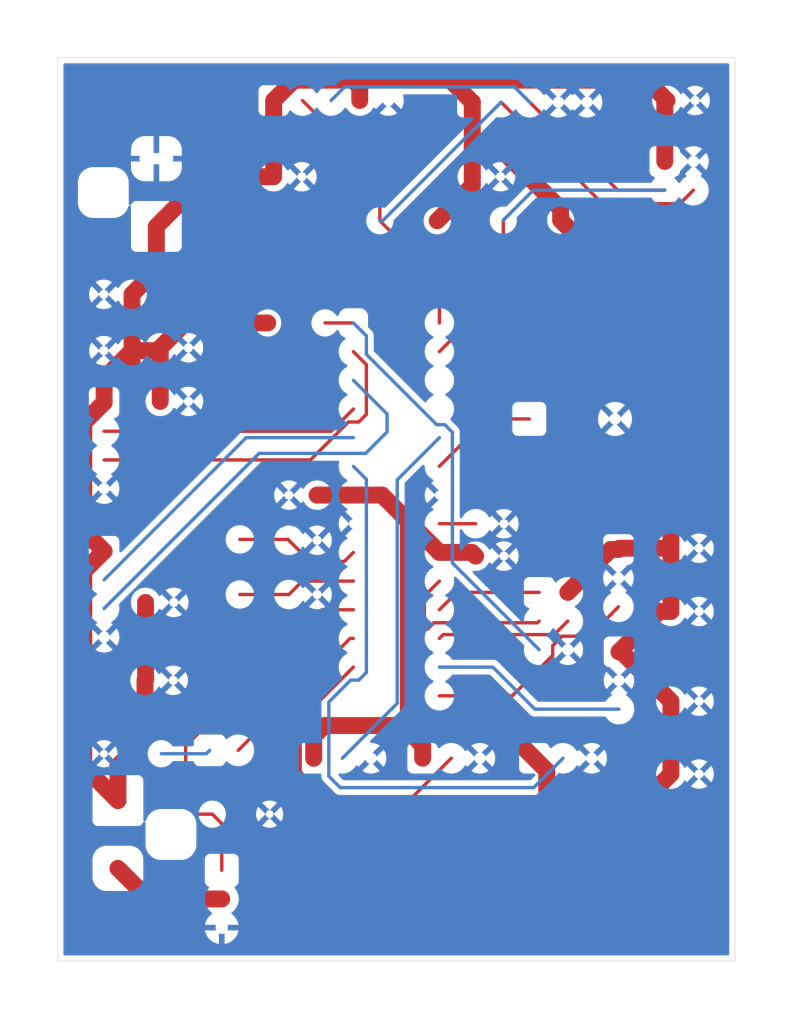
<source format=kicad_pcb>
(kicad_pcb (version 20241229) (generator "pcbnew") (generator_version "9.0")
  (layers (0 "F.Cu" signal) (2 "B.Cu" signal) (13 "F.Paste" user) (15 "B.Paste" user) (5 "F.SilkS" user "F.Silkscreen") (7 "B.SilkS" user "B.Silkscreen") (1 "F.Mask" user) (3 "B.Mask" user) (25 "Edge.Cuts" user))
  (net 0 "")
  (net 1 "GND")
  (net 2 "Net-(Q1-D)")
  (net 3 "/BUZZER")
  (net 4 "/MISO")
  (net 5 "/MOSI")
  (net 6 "/XTAL1")
  (net 7 "/ECHO")
  (net 8 "/XTAL2")
  (net 9 "Net-(D1-A)")
  (net 10 "+5V")
  (net 11 "/TRIG")
  (net 12 "/SDA")
  (net 13 "/SCL")
  (net 14 "/SERVO1")
  (net 15 "/SERVO2")
  (net 16 "/ECHO2")
  (net 17 "Net-(U1-AREF)")
  (net 18 "/SCK")
  (net 19 "Net-(D1-K)")
  (net 20 "/TRIG2")
  (net 21 "/RST-AVR")
  (net 22 "Net-(J10-Pin_2)")
  (net 23 "/PD5{slash}GATE")
  (net 24 "/PD4{slash}SW1")
  (net 25 "/PD7{slash}SW2")
  (gr_rect (start 125.07 49.86) (end 185.07 129.86) (stroke (width 0.05)) (fill no) (layer "Edge.Cuts"))
  (segment (start 133.11 124.36) (end 139.6 124.36) (width 1.5) (layer "F.Cu") (net 2))
  (segment (start 130.4 121.65) (end 133.11 124.36) (width 1.5) (layer "F.Cu") (net 2))
  (segment (start 163.085 81.85) (end 158.885 86.05) (width 0.3) (layer "F.Cu") (net 3))
  (segment (start 166.85 81.85) (end 163.085 81.85) (width 0.3) (layer "F.Cu") (net 3))
  (segment (start 167.725 97.21) (end 160.425 97.21) (width 0.3) (layer "F.Cu") (net 4))
  (segment (start 160.425 97.21) (end 158.885 98.75) (width 0.3) (layer "F.Cu") (net 4))
  (segment (start 169.064 100.951) (end 159.224 100.951) (width 0.3) (layer "F.Cu") (net 5))
  (segment (start 170.265 99.75) (end 169.064 100.951) (width 0.3) (layer "F.Cu") (net 5))
  (segment (start 159.224 100.951) (end 158.885 101.29) (width 0.3) (layer "F.Cu") (net 5))
  (segment (start 151.265 93.67) (end 150.465001 94.469999) (width 0.3) (layer "F.Cu") (net 6))
  (segment (start 141.2 92.52) (end 145.47 92.52) (width 0.3) (layer "F.Cu") (net 6))
  (segment (start 145.47 92.52) (end 145.55 92.6) (width 0.3) (layer "F.Cu") (net 6))
  (segment (start 147.419999 94.469999) (end 145.55 92.6) (width 0.3) (layer "F.Cu") (net 6))
  (segment (start 150.465001 94.469999) (end 147.419999 94.469999) (width 0.3) (layer "F.Cu") (net 6))
  (segment (start 149.295 82.94) (end 151.265 80.97) (width 0.3) (layer "F.Cu") (net 7))
  (segment (start 129.175 82.94) (end 149.295 82.94) (width 0.3) (layer "F.Cu") (net 7))
  (segment (start 151.265 96.21) (end 146.74 96.21) (width 0.3) (layer "F.Cu") (net 8))
  (segment (start 146.74 96.21) (end 145.55 97.4) (width 0.3) (layer "F.Cu") (net 8))
  (segment (start 145.55 97.4) (end 141.2 97.4) (width 0.3) (layer "F.Cu") (net 8))
  (segment (start 141.065 111.2) (end 150.975 101.29) (width 0.3) (layer "F.Cu") (net 9))
  (segment (start 150.975 101.29) (end 151.265 101.29) (width 0.3) (layer "F.Cu") (net 9))
  (segment (start 164.076288 57.7) (end 161.8 57.7) (width 1.5) (layer "F.Cu") (net 10))
  (segment (start 144.21 53.643001) (end 146.004001 51.849) (width 1.5) (layer "F.Cu") (net 10))
  (segment (start 156.1325 90.9175) (end 156.1325 108.5165) (width 1.5) (layer "F.Cu") (net 10))
  (segment (start 179.4 113.3) (end 179.4 106.85) (width 1.5) (layer "F.Cu") (net 10))
  (segment (start 144.2 53.66) (end 144.21 53.65) (width 1.5) (layer "F.Cu") (net 10))
  (segment (start 155.649 109) (end 156.1325 108.5165) (width 1.5) (layer "F.Cu") (net 10))
  (segment (start 169.63 63.253712) (end 164.076288 57.7) (width 1.5) (layer "F.Cu") (net 10))
  (segment (start 144.21 53.65) (end 144.21 53.643001) (width 1.5) (layer "F.Cu") (net 10))
  (segment (start 153.805 88.59) (end 155.7075 90.4925) (width 1.5) (layer "F.Cu") (net 10))
  (segment (start 127.374 112.624) (end 130.4 115.65) (width 1.5) (layer "F.Cu") (net 10))
  (segment (start 169.63 64.25) (end 169.63 63.253712) (width 1.5) (layer "F.Cu") (net 10))
  (segment (start 161.8 60.4) (end 161.8 61.19) (width 1.5) (layer "F.Cu") (net 10))
  (segment (start 148.06 88.59) (end 148.05 88.6) (width 1.5) (layer "F.Cu") (net 10))
  (segment (start 151.265 88.59) (end 153.805 88.59) (width 1.5) (layer "F.Cu") (net 10))
  (segment (start 130.4 115.65) (end 130.4 112.594867) (width 1.5) (layer "F.Cu") (net 10))
  (segment (start 131.6482 70.8152) (end 131.6482 75.7982) (width 1.5) (layer "F.Cu") (net 10))
  (segment (start 177.249 51.849) (end 159.859 51.849) (width 1.5) (layer "F.Cu") (net 10))
  (segment (start 179.4 106.85) (end 175.02 102.47) (width 1.5) (layer "F.Cu") (net 10))
  (segment (start 151.231081 51.849) (end 151.83 52.447919) (width 1.5) (layer "F.Cu") (net 10))
  (segment (start 168.4 113) (end 167.3 111.9) (width 1.5) (layer "F.Cu") (net 10))
  (segment (start 144.2 60.4) (end 138.2082 60.4) (width 1.5) (layer "F.Cu") (net 10))
  (segment (start 179.4 98.9) (end 178.37 98.9) (width 1.5) (layer "F.Cu") (net 10))
  (segment (start 131.65 75.8) (end 133.9 75.8) (width 1.5) (layer "F.Cu") (net 10))
  (segment (start 179.4 113.3) (end 177.4 115.3) (width 1.5) (layer "F.Cu") (net 10))
  (segment (start 174.75 93.41) (end 174.065 93.41) (width 1.5) (layer "F.Cu") (net 10))
  (segment (start 151.83 52.447919) (end 151.83 53.65) (width 1.5) (layer "F.Cu") (net 10))
  (segment (start 127.374 91.759) (end 127.374 82.194001) (width 1.5) (layer "F.Cu") (net 10))
  (segment (start 169.63 64.25) (end 179.4 74.02) (width 1.5) (layer "F.Cu") (net 10))
  (segment (start 129.175 93.56) (end 129.168001 93.56) (width 1.5) (layer "F.Cu") (net 10))
  (segment (start 129.168001 80.4) (end 129.175 80.4) (width 1.5) (layer "F.Cu") (net 10))
  (segment (start 161.81 53.8) (end 159.859 51.849) (width 1.5) (layer "F.Cu") (net 10))
  (segment (start 174.86 93.3) (end 174.75 93.41) (width 1.5) (layer "F.Cu") (net 10))
  (segment (start 161.8 61.19) (end 158.69 64.3) (width 1.5) (layer "F.Cu") (net 10))
  (segment (start 129.175 78.275) (end 131.65 75.8) (width 1.5) (layer "F.Cu") (net 10))
  (segment (start 151.265 88.59) (end 148.06 88.59) (width 1.5) (layer "F.Cu") (net 10))
  (segment (start 168.4 115.3) (end 168.4 113) (width 1.5) (layer "F.Cu") (net 10))
  (segment (start 144.2 60.4) (end 144.2 53.66) (width 1.5) (layer "F.Cu") (net 10))
  (segment (start 178.86 59.05) (end 178.86 53.84) (width 1.5) (layer "F.Cu") (net 10))
  (segment (start 131.65 75.8) (end 131.65 76.79) (width 1.5) (layer "F.Cu") (net 10))
  (segment (start 157.4 110.751) (end 155.649 109) (width 1.5) (layer "F.Cu") (net 10))
  (segment (start 132.85 104.95) (end 132.8 105) (width 1.5) (layer "F.Cu") (net 10))
  (segment (start 143.67 73.35) (end 136.35 73.35) (width 1.5) (layer "F.Cu") (net 10))
  (segment (start 158.885 93.67) (end 161.77 93.67) (width 1.5) (layer "F.Cu") (net 10))
  (segment (start 155.649 109) (end 164.4 109) (width 1.5) (layer "F.Cu") (net 10))
  (segment (start 147.75 109.95) (end 148.7 109) (width 1.5) (layer "F.Cu") (net 10))
  (segment (start 175.02 102.47) (end 174.8 102.47) (width 1.5) (layer "F.Cu") (net 10))
  (segment (start 161.8 53.81) (end 161.81 53.8) (width 1.5) (layer "F.Cu") (net 10))
  (segment (start 148.7 109) (end 155.649 109) (width 1.5) (layer "F.Cu") (net 10))
  (segment (start 132.85 98.1) (end 132.85 104.95) (width 1.5) (layer "F.Cu") (net 10))
  (segment (start 161.8 60.4) (end 161.8 57.7) (width 1.5) (layer "F.Cu") (net 10))
  (segment (start 146.004001 51.849) (end 151.231081 51.849) (width 1.5) (layer "F.Cu") (net 10))
  (segment (start 130.4 112.594867) (end 132.8 110.194867) (width 1.5) (layer "F.Cu") (net 10))
  (segment (start 177.4 115.3) (end 168.4 115.3) (width 1.5) (layer "F.Cu") (net 10))
  (segment (start 129.175 93.56) (end 127.374 91.759) (width 1.5) (layer "F.Cu") (net 10))
  (segment (start 129.168001 93.56) (end 127.374 95.354001) (width 1.5) (layer "F.Cu") (net 10))
  (segment (start 165.499 110.099) (end 167.3 111.9) (width 1.5) (layer "F.Cu") (net 10))
  (segment (start 155.7075 90.4925) (end 156.1325 90.9175) (width 1.5) (layer "F.Cu") (net 10))
  (segment (start 127.374 95.354001) (end 127.374 112.624) (width 1.5) (layer "F.Cu") (net 10))
  (segment (start 133.8072 68.6562) (end 131.6482 70.8152) (width 1.5) (layer "F.Cu") (net 10))
  (segment (start 134.15 75.55) (end 134.15 80.3) (width 1.5) (layer "F.Cu") (net 10))
  (segment (start 132.8 110.194867) (end 132.8 105) (width 1.5) (layer "F.Cu") (net 10))
  (segment (start 155.7075 90.4925) (end 158.885 93.67) (width 1.5) (layer "F.Cu") (net 10))
  (segment (start 133.9 75.8) (end 134.15 75.55) (width 1.5) (layer "F.Cu") (net 10))
  (segment (start 178.86 53.84) (end 179.05 53.65) (width 1.5) (layer "F.Cu") (net 10))
  (segment (start 179.4 98.9) (end 179.4 93.3) (width 1.5) (layer "F.Cu") (net 10))
  (segment (start 164.4 109) (end 165.499 110.099) (width 1.5) (layer "F.Cu") (net 10))
  (segment (start 174.065 93.41) (end 170.265 97.21) (width 1.5) (layer "F.Cu") (net 10))
  (segment (start 147.75 111.9) (end 147.75 111.893001) (width 1.5) (layer "F.Cu") (net 10))
  (segment (start 179.05 53.65) (end 177.249 51.849) (width 1.5) (layer "F.Cu") (net 10))
  (segment (start 159.859 51.849) (end 151.231081 51.849) (width 1.5) (layer "F.Cu") (net 10))
  (segment (start 157.4 111.9) (end 157.4 110.751) (width 1.5) (layer "F.Cu") (net 10))
  (segment (start 129.175 80.4) (end 129.175 78.275) (width 1.5) (layer "F.Cu") (net 10))
  (segment (start 179.4 93.3) (end 174.86 93.3) (width 1.5) (layer "F.Cu") (net 10))
  (segment (start 161.77 93.67) (end 162.1 94) (width 1.5) (layer "F.Cu") (net 10))
  (segment (start 131.6482 75.7982) (end 131.65 75.8) (width 1.5) (layer "F.Cu") (net 10))
  (segment (start 136.35 73.35) (end 134.15 75.55) (width 1.5) (layer "F.Cu") (net 10))
  (segment (start 138.2082 60.4) (end 133.8072 64.801) (width 1.5) (layer "F.Cu") (net 10))
  (segment (start 127.374 82.194001) (end 129.168001 80.4) (width 1.5) (layer "F.Cu") (net 10))
  (segment (start 179.4 74.02) (end 179.4 93.3) (width 1.5) (layer "F.Cu") (net 10))
  (segment (start 178.37 98.9) (end 174.8 102.47) (width 1.5) (layer "F.Cu") (net 10))
  (segment (start 133.8072 64.801) (end 133.8072 68.6562) (width 1.5) (layer "F.Cu") (net 10))
  (segment (start 147.75 111.9) (end 147.75 109.95) (width 1.5) (layer "F.Cu") (net 10))
  (segment (start 161.8 57.7) (end 161.8 53.81) (width 1.5) (layer "F.Cu") (net 10))
  (segment (start 150.82252 82.121) (end 151.74176 82.121) (width 0.3) (layer "F.Cu") (net 11))
  (segment (start 152.416 77.041) (end 151.265 75.89) (width 0.3) (layer "F.Cu") (net 11))
  (segment (start 129.175 85.48) (end 147.46352 85.48) (width 0.3) (layer "F.Cu") (net 11))
  (segment (start 147.46352 85.48) (end 150.82252 82.121) (width 0.3) (layer "F.Cu") (net 11))
  (segment (start 152.416 81.44676) (end 152.416 77.041) (width 0.3) (layer "F.Cu") (net 11))
  (segment (start 151.74176 82.121) (end 152.416 81.44676) (width 0.3) (layer "F.Cu") (net 11))
  (segment (start 174.68 61.59) (end 178.86 61.59) (width 0.3) (layer "F.Cu") (net 12))
  (segment (start 164.55 70.225) (end 158.885 75.89) (width 0.3) (layer "F.Cu") (net 12))
  (segment (start 164.55 64.25) (end 164.55 70.225) (width 0.3) (layer "F.Cu") (net 12))
  (segment (start 166.89 53.8) (end 174.68 61.59) (width 0.3) (layer "F.Cu") (net 12))
  (segment (start 178.86 61.59) (end 167.21 61.59) (width 0.3) (layer "B.Cu") (net 12))
  (segment (start 150.49 52.45) (end 165.54 52.45) (width 0.3) (layer "B.Cu") (net 12))
  (segment (start 165.54 52.45) (end 166.89 53.8) (width 0.3) (layer "B.Cu") (net 12))
  (segment (start 149.29 53.65) (end 150.49 52.45) (width 0.3) (layer "B.Cu") (net 12))
  (segment (start 167.21 61.59) (end 164.55 64.25) (width 0.3) (layer "B.Cu") (net 12))
  (segment (start 158.885 69.575) (end 153.61 64.3) (width 0.3) (layer "F.Cu") (net 13))
  (segment (start 180.199 62.791) (end 173.341 62.791) (width 0.3) (layer "F.Cu") (net 13))
  (segment (start 153.61 64.3) (end 153.61 60.51) (width 0.3) (layer "F.Cu") (net 13))
  (segment (start 153.61 60.51) (end 146.75 53.65) (width 0.3) (layer "F.Cu") (net 13))
  (segment (start 181.4 61.59) (end 180.199 62.791) (width 0.3) (layer "F.Cu") (net 13))
  (segment (start 173.341 62.791) (end 164.35 53.8) (width 0.3) (layer "F.Cu") (net 13))
  (segment (start 158.885 73.35) (end 158.885 69.575) (width 0.3) (layer "F.Cu") (net 13))
  (segment (start 164.35 53.8) (end 153.85 64.3) (width 0.3) (layer "B.Cu") (net 13))
  (segment (start 153.85 64.3) (end 153.61 64.3) (width 0.3) (layer "B.Cu") (net 13))
  (segment (start 168.926 102.787471) (end 165.343471 106.37) (width 0.3) (layer "F.Cu") (net 14))
  (segment (start 168.926 101.930529) (end 168.926 102.787471) (width 0.3) (layer "F.Cu") (net 14))
  (segment (start 169.767529 101.089) (end 168.926 101.930529) (width 0.3) (layer "F.Cu") (net 14))
  (segment (start 174.75 98.49) (end 172.151 101.089) (width 0.3) (layer "F.Cu") (net 14))
  (segment (start 172.151 101.089) (end 169.767529 101.089) (width 0.3) (layer "F.Cu") (net 14))
  (segment (start 165.343471 106.37) (end 158.885 106.37) (width 0.3) (layer "F.Cu") (net 14))
  (segment (start 167.35 107.55) (end 174.8 107.55) (width 0.3) (layer "B.Cu") (net 15))
  (segment (start 163.63 103.83) (end 167.35 107.55) (width 0.3) (layer "B.Cu") (net 15))
  (segment (start 158.885 103.83) (end 163.63 103.83) (width 0.3) (layer "B.Cu") (net 15))
  (segment (start 141.765 83.51) (end 151.265 83.51) (width 0.3) (layer "B.Cu") (net 16))
  (segment (start 129.175 96.1) (end 141.765 83.51) (width 0.3) (layer "B.Cu") (net 16))
  (segment (start 162.1 91.13) (end 158.885 91.13) (width 0.3) (layer "F.Cu") (net 17))
  (segment (start 157.85 100.45) (end 157.55 100.15) (width 0.3) (layer "F.Cu") (net 18))
  (segment (start 167.574 99.901) (end 158.399 99.901) (width 0.3) (layer "F.Cu") (net 18))
  (segment (start 167.725 99.75) (end 167.574 99.901) (width 0.3) (layer "F.Cu") (net 18))
  (segment (start 157.55 100.15) (end 157.55 97.545) (width 0.3) (layer "F.Cu") (net 18))
  (segment (start 158.399 99.901) (end 157.85 100.45) (width 0.3) (layer "F.Cu") (net 18))
  (segment (start 157.55 97.545) (end 158.885 96.21) (width 0.3) (layer "F.Cu") (net 18))
  (segment (start 138.225 111.5) (end 138.525 111.2) (width 0.3) (layer "B.Cu") (net 19))
  (segment (start 134.24 111.5) (end 138.225 111.5) (width 0.3) (layer "B.Cu") (net 19))
  (segment (start 142.916 84.899) (end 152.351 84.899) (width 0.3) (layer "B.Cu") (net 20))
  (segment (start 152.351 84.899) (end 154.25 83) (width 0.3) (layer "B.Cu") (net 20))
  (segment (start 129.175 98.64) (end 142.916 84.899) (width 0.3) (layer "B.Cu") (net 20))
  (segment (start 154.25 83) (end 154.25 81.415) (width 0.3) (layer "B.Cu") (net 20))
  (segment (start 154.25 81.415) (end 151.265 78.43) (width 0.3) (layer "B.Cu") (net 20))
  (segment (start 151.265 73.35) (end 148.75 73.35) (width 0.3) (layer "F.Cu") (net 21))
  (segment (start 152.416 74.501) (end 151.265 73.35) (width 0.3) (layer "B.Cu") (net 21))
  (segment (start 158.64624 82.359) (end 152.416 76.12876) (width 0.3) (layer "B.Cu") (net 21))
  (segment (start 152.416 76.12876) (end 152.416 74.501) (width 0.3) (layer "B.Cu") (net 21))
  (segment (start 167.725 102.29) (end 160.036 94.601) (width 0.3) (layer "B.Cu") (net 21))
  (segment (start 159.36176 82.359) (end 158.64624 82.359) (width 0.3) (layer "B.Cu") (net 21))
  (segment (start 160.036 83.03324) (end 159.36176 82.359) (width 0.3) (layer "B.Cu") (net 21))
  (segment (start 160.036 94.601) (end 160.036 83.03324) (width 0.3) (layer "B.Cu") (net 21))
  (segment (start 155.15 107.04) (end 155.15 87.245) (width 0.3) (layer "B.Cu") (net 22))
  (segment (start 155.15 87.245) (end 158.885 83.51) (width 0.3) (layer "B.Cu") (net 22))
  (segment (start 150.29 111.9) (end 155.15 107.04) (width 0.3) (layer "B.Cu") (net 22))
  (segment (start 139.6 121.82) (end 139.6 117.69) (width 0.3) (layer "F.Cu") (net 23))
  (segment (start 136.4 115.7) (end 137.55 116.85) (width 0.3) (layer "F.Cu") (net 23))
  (segment (start 137.55 116.85) (end 138.76 116.85) (width 0.3) (layer "F.Cu") (net 23))
  (segment (start 148.473 98.75) (end 136.4 110.823) (width 0.3) (layer "F.Cu") (net 23))
  (segment (start 136.4 110.823) (end 136.4 115.7) (width 0.3) (layer "F.Cu") (net 23))
  (segment (start 151.265 98.75) (end 148.473 98.75) (width 0.3) (layer "F.Cu") (net 23))
  (segment (start 139.6 117.69) (end 138.76 116.85) (width 0.3) (layer "F.Cu") (net 23))
  (segment (start 167.24 114.5) (end 150.1 114.5) (width 0.3) (layer "B.Cu") (net 24))
  (segment (start 150.1 114.5) (end 149.089 113.489) (width 0.3) (layer "B.Cu") (net 24))
  (segment (start 152.416 87.201) (end 151.265 86.05) (width 0.3) (layer "B.Cu") (net 24))
  (segment (start 152.416 104.30676) (end 152.416 87.201) (width 0.3) (layer "B.Cu") (net 24))
  (segment (start 169.84 111.9) (end 167.24 114.5) (width 0.3) (layer "B.Cu") (net 24))
  (segment (start 149.089 106.91824) (end 151.02624 104.981) (width 0.3) (layer "B.Cu") (net 24))
  (segment (start 149.089 113.489) (end 149.089 106.91824) (width 0.3) (layer "B.Cu") (net 24))
  (segment (start 151.02624 104.981) (end 151.74176 104.981) (width 0.3) (layer "B.Cu") (net 24))
  (segment (start 151.74176 104.981) (end 152.416 104.30676) (width 0.3) (layer "B.Cu") (net 24))
  (segment (start 146.549 113.101) (end 146.549 108.546) (width 0.3) (layer "F.Cu") (net 25))
  (segment (start 156.29 115.55) (end 148.998 115.55) (width 0.3) (layer "F.Cu") (net 25))
  (segment (start 148.998 115.55) (end 146.549 113.101) (width 0.3) (layer "F.Cu") (net 25))
  (segment (start 146.549 108.546) (end 151.265 103.83) (width 0.3) (layer "F.Cu") (net 25))
  (segment (start 159.94 111.9) (end 156.29 115.55) (width 0.3) (layer "F.Cu") (net 25))
  (zone (net 1) (net_name "GND") (layer "B.Cu") (connect_pads (clearance 0.5)) (min_thickness 0.25) (fill yes (thermal_gap 0.5) (thermal_bridge_width 0.5))
    (polygon (pts (xy 119.95 44.9) (xy 190.05 44.9) (xy 190.5 45.35) (xy 190.5 135.45) (xy 120.1 135.45) (xy 120.1 44.9) (xy 120.25 44.75) (xy 120.1 44.75)))
  )
)
</source>
